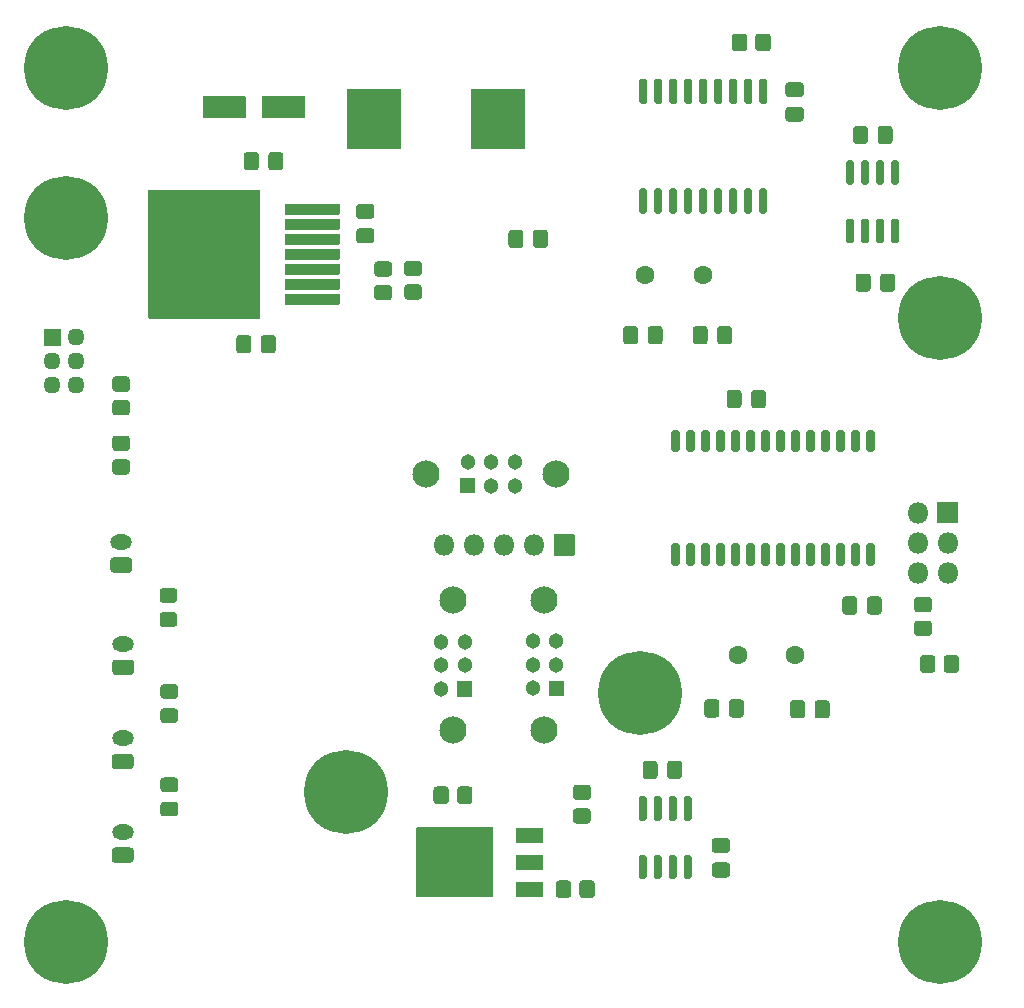
<source format=gbr>
G04 #@! TF.GenerationSoftware,KiCad,Pcbnew,(5.1.9)-1*
G04 #@! TF.CreationDate,2021-07-06T20:59:47-04:00*
G04 #@! TF.ProjectId,payload2020_base_board,7061796c-6f61-4643-9230-32305f626173,rev?*
G04 #@! TF.SameCoordinates,Original*
G04 #@! TF.FileFunction,Soldermask,Bot*
G04 #@! TF.FilePolarity,Negative*
%FSLAX46Y46*%
G04 Gerber Fmt 4.6, Leading zero omitted, Abs format (unit mm)*
G04 Created by KiCad (PCBNEW (5.1.9)-1) date 2021-07-06 20:59:47*
%MOMM*%
%LPD*%
G01*
G04 APERTURE LIST*
%ADD10O,1.452000X1.452000*%
%ADD11C,7.102000*%
%ADD12O,1.802000X1.802000*%
%ADD13C,1.602000*%
%ADD14O,1.852000X1.302000*%
%ADD15C,2.302000*%
%ADD16C,1.302000*%
G04 APERTURE END LIST*
D10*
X40360600Y-98120200D03*
X40360600Y-96120200D03*
X40360600Y-94120200D03*
X38360600Y-98120200D03*
X38360600Y-96120200D03*
G36*
G01*
X37634600Y-94795200D02*
X37634600Y-93445200D01*
G75*
G02*
X37685600Y-93394200I51000J0D01*
G01*
X39035600Y-93394200D01*
G75*
G02*
X39086600Y-93445200I0J-51000D01*
G01*
X39086600Y-94795200D01*
G75*
G02*
X39035600Y-94846200I-51000J0D01*
G01*
X37685600Y-94846200D01*
G75*
G02*
X37634600Y-94795200I0J51000D01*
G01*
G37*
G36*
G01*
X44675752Y-98727000D02*
X43716248Y-98727000D01*
G75*
G02*
X43445000Y-98455752I0J271248D01*
G01*
X43445000Y-97696248D01*
G75*
G02*
X43716248Y-97425000I271248J0D01*
G01*
X44675752Y-97425000D01*
G75*
G02*
X44947000Y-97696248I0J-271248D01*
G01*
X44947000Y-98455752D01*
G75*
G02*
X44675752Y-98727000I-271248J0D01*
G01*
G37*
G36*
G01*
X44675752Y-100727000D02*
X43716248Y-100727000D01*
G75*
G02*
X43445000Y-100455752I0J271248D01*
G01*
X43445000Y-99696248D01*
G75*
G02*
X43716248Y-99425000I271248J0D01*
G01*
X44675752Y-99425000D01*
G75*
G02*
X44947000Y-99696248I0J-271248D01*
G01*
X44947000Y-100455752D01*
G75*
G02*
X44675752Y-100727000I-271248J0D01*
G01*
G37*
G36*
G01*
X44675752Y-103730800D02*
X43716248Y-103730800D01*
G75*
G02*
X43445000Y-103459552I0J271248D01*
G01*
X43445000Y-102700048D01*
G75*
G02*
X43716248Y-102428800I271248J0D01*
G01*
X44675752Y-102428800D01*
G75*
G02*
X44947000Y-102700048I0J-271248D01*
G01*
X44947000Y-103459552D01*
G75*
G02*
X44675752Y-103730800I-271248J0D01*
G01*
G37*
G36*
G01*
X44675752Y-105730800D02*
X43716248Y-105730800D01*
G75*
G02*
X43445000Y-105459552I0J271248D01*
G01*
X43445000Y-104700048D01*
G75*
G02*
X43716248Y-104428800I271248J0D01*
G01*
X44675752Y-104428800D01*
G75*
G02*
X44947000Y-104700048I0J-271248D01*
G01*
X44947000Y-105459552D01*
G75*
G02*
X44675752Y-105730800I-271248J0D01*
G01*
G37*
G36*
G01*
X71945240Y-132410508D02*
X71945240Y-133370012D01*
G75*
G02*
X71673992Y-133641260I-271248J0D01*
G01*
X70914488Y-133641260D01*
G75*
G02*
X70643240Y-133370012I0J271248D01*
G01*
X70643240Y-132410508D01*
G75*
G02*
X70914488Y-132139260I271248J0D01*
G01*
X71673992Y-132139260D01*
G75*
G02*
X71945240Y-132410508I0J-271248D01*
G01*
G37*
G36*
G01*
X73945240Y-132410508D02*
X73945240Y-133370012D01*
G75*
G02*
X73673992Y-133641260I-271248J0D01*
G01*
X72914488Y-133641260D01*
G75*
G02*
X72643240Y-133370012I0J271248D01*
G01*
X72643240Y-132410508D01*
G75*
G02*
X72914488Y-132139260I271248J0D01*
G01*
X73673992Y-132139260D01*
G75*
G02*
X73945240Y-132410508I0J-271248D01*
G01*
G37*
G36*
G01*
X83692692Y-133289800D02*
X82733188Y-133289800D01*
G75*
G02*
X82461940Y-133018552I0J271248D01*
G01*
X82461940Y-132259048D01*
G75*
G02*
X82733188Y-131987800I271248J0D01*
G01*
X83692692Y-131987800D01*
G75*
G02*
X83963940Y-132259048I0J-271248D01*
G01*
X83963940Y-133018552D01*
G75*
G02*
X83692692Y-133289800I-271248J0D01*
G01*
G37*
G36*
G01*
X83692692Y-135289800D02*
X82733188Y-135289800D01*
G75*
G02*
X82461940Y-135018552I0J271248D01*
G01*
X82461940Y-134259048D01*
G75*
G02*
X82733188Y-133987800I271248J0D01*
G01*
X83692692Y-133987800D01*
G75*
G02*
X83963940Y-134259048I0J-271248D01*
G01*
X83963940Y-135018552D01*
G75*
G02*
X83692692Y-135289800I-271248J0D01*
G01*
G37*
D11*
X113560000Y-145310000D03*
X113560000Y-71310000D03*
X113560000Y-92440000D03*
X39560000Y-71310000D03*
X63200000Y-132630000D03*
G36*
G01*
X83002380Y-141312592D02*
X83002380Y-140353088D01*
G75*
G02*
X83273628Y-140081840I271248J0D01*
G01*
X84033132Y-140081840D01*
G75*
G02*
X84304380Y-140353088I0J-271248D01*
G01*
X84304380Y-141312592D01*
G75*
G02*
X84033132Y-141583840I-271248J0D01*
G01*
X83273628Y-141583840D01*
G75*
G02*
X83002380Y-141312592I0J271248D01*
G01*
G37*
G36*
G01*
X81002380Y-141312592D02*
X81002380Y-140353088D01*
G75*
G02*
X81273628Y-140081840I271248J0D01*
G01*
X82033132Y-140081840D01*
G75*
G02*
X82304380Y-140353088I0J-271248D01*
G01*
X82304380Y-141312592D01*
G75*
G02*
X82033132Y-141583840I-271248J0D01*
G01*
X81273628Y-141583840D01*
G75*
G02*
X81002380Y-141312592I0J271248D01*
G01*
G37*
G36*
G01*
X107820700Y-103834300D02*
X107469700Y-103834300D01*
G75*
G02*
X107294200Y-103658800I0J175500D01*
G01*
X107294200Y-102107800D01*
G75*
G02*
X107469700Y-101932300I175500J0D01*
G01*
X107820700Y-101932300D01*
G75*
G02*
X107996200Y-102107800I0J-175500D01*
G01*
X107996200Y-103658800D01*
G75*
G02*
X107820700Y-103834300I-175500J0D01*
G01*
G37*
G36*
G01*
X106550700Y-103834300D02*
X106199700Y-103834300D01*
G75*
G02*
X106024200Y-103658800I0J175500D01*
G01*
X106024200Y-102107800D01*
G75*
G02*
X106199700Y-101932300I175500J0D01*
G01*
X106550700Y-101932300D01*
G75*
G02*
X106726200Y-102107800I0J-175500D01*
G01*
X106726200Y-103658800D01*
G75*
G02*
X106550700Y-103834300I-175500J0D01*
G01*
G37*
G36*
G01*
X105280700Y-103834300D02*
X104929700Y-103834300D01*
G75*
G02*
X104754200Y-103658800I0J175500D01*
G01*
X104754200Y-102107800D01*
G75*
G02*
X104929700Y-101932300I175500J0D01*
G01*
X105280700Y-101932300D01*
G75*
G02*
X105456200Y-102107800I0J-175500D01*
G01*
X105456200Y-103658800D01*
G75*
G02*
X105280700Y-103834300I-175500J0D01*
G01*
G37*
G36*
G01*
X104010700Y-103834300D02*
X103659700Y-103834300D01*
G75*
G02*
X103484200Y-103658800I0J175500D01*
G01*
X103484200Y-102107800D01*
G75*
G02*
X103659700Y-101932300I175500J0D01*
G01*
X104010700Y-101932300D01*
G75*
G02*
X104186200Y-102107800I0J-175500D01*
G01*
X104186200Y-103658800D01*
G75*
G02*
X104010700Y-103834300I-175500J0D01*
G01*
G37*
G36*
G01*
X102740700Y-103834300D02*
X102389700Y-103834300D01*
G75*
G02*
X102214200Y-103658800I0J175500D01*
G01*
X102214200Y-102107800D01*
G75*
G02*
X102389700Y-101932300I175500J0D01*
G01*
X102740700Y-101932300D01*
G75*
G02*
X102916200Y-102107800I0J-175500D01*
G01*
X102916200Y-103658800D01*
G75*
G02*
X102740700Y-103834300I-175500J0D01*
G01*
G37*
G36*
G01*
X101470700Y-103834300D02*
X101119700Y-103834300D01*
G75*
G02*
X100944200Y-103658800I0J175500D01*
G01*
X100944200Y-102107800D01*
G75*
G02*
X101119700Y-101932300I175500J0D01*
G01*
X101470700Y-101932300D01*
G75*
G02*
X101646200Y-102107800I0J-175500D01*
G01*
X101646200Y-103658800D01*
G75*
G02*
X101470700Y-103834300I-175500J0D01*
G01*
G37*
G36*
G01*
X100200700Y-103834300D02*
X99849700Y-103834300D01*
G75*
G02*
X99674200Y-103658800I0J175500D01*
G01*
X99674200Y-102107800D01*
G75*
G02*
X99849700Y-101932300I175500J0D01*
G01*
X100200700Y-101932300D01*
G75*
G02*
X100376200Y-102107800I0J-175500D01*
G01*
X100376200Y-103658800D01*
G75*
G02*
X100200700Y-103834300I-175500J0D01*
G01*
G37*
G36*
G01*
X98930700Y-103834300D02*
X98579700Y-103834300D01*
G75*
G02*
X98404200Y-103658800I0J175500D01*
G01*
X98404200Y-102107800D01*
G75*
G02*
X98579700Y-101932300I175500J0D01*
G01*
X98930700Y-101932300D01*
G75*
G02*
X99106200Y-102107800I0J-175500D01*
G01*
X99106200Y-103658800D01*
G75*
G02*
X98930700Y-103834300I-175500J0D01*
G01*
G37*
G36*
G01*
X97660700Y-103834300D02*
X97309700Y-103834300D01*
G75*
G02*
X97134200Y-103658800I0J175500D01*
G01*
X97134200Y-102107800D01*
G75*
G02*
X97309700Y-101932300I175500J0D01*
G01*
X97660700Y-101932300D01*
G75*
G02*
X97836200Y-102107800I0J-175500D01*
G01*
X97836200Y-103658800D01*
G75*
G02*
X97660700Y-103834300I-175500J0D01*
G01*
G37*
G36*
G01*
X96390700Y-103834300D02*
X96039700Y-103834300D01*
G75*
G02*
X95864200Y-103658800I0J175500D01*
G01*
X95864200Y-102107800D01*
G75*
G02*
X96039700Y-101932300I175500J0D01*
G01*
X96390700Y-101932300D01*
G75*
G02*
X96566200Y-102107800I0J-175500D01*
G01*
X96566200Y-103658800D01*
G75*
G02*
X96390700Y-103834300I-175500J0D01*
G01*
G37*
G36*
G01*
X95120700Y-103834300D02*
X94769700Y-103834300D01*
G75*
G02*
X94594200Y-103658800I0J175500D01*
G01*
X94594200Y-102107800D01*
G75*
G02*
X94769700Y-101932300I175500J0D01*
G01*
X95120700Y-101932300D01*
G75*
G02*
X95296200Y-102107800I0J-175500D01*
G01*
X95296200Y-103658800D01*
G75*
G02*
X95120700Y-103834300I-175500J0D01*
G01*
G37*
G36*
G01*
X93850700Y-103834300D02*
X93499700Y-103834300D01*
G75*
G02*
X93324200Y-103658800I0J175500D01*
G01*
X93324200Y-102107800D01*
G75*
G02*
X93499700Y-101932300I175500J0D01*
G01*
X93850700Y-101932300D01*
G75*
G02*
X94026200Y-102107800I0J-175500D01*
G01*
X94026200Y-103658800D01*
G75*
G02*
X93850700Y-103834300I-175500J0D01*
G01*
G37*
G36*
G01*
X92580700Y-103834300D02*
X92229700Y-103834300D01*
G75*
G02*
X92054200Y-103658800I0J175500D01*
G01*
X92054200Y-102107800D01*
G75*
G02*
X92229700Y-101932300I175500J0D01*
G01*
X92580700Y-101932300D01*
G75*
G02*
X92756200Y-102107800I0J-175500D01*
G01*
X92756200Y-103658800D01*
G75*
G02*
X92580700Y-103834300I-175500J0D01*
G01*
G37*
G36*
G01*
X91310700Y-103834300D02*
X90959700Y-103834300D01*
G75*
G02*
X90784200Y-103658800I0J175500D01*
G01*
X90784200Y-102107800D01*
G75*
G02*
X90959700Y-101932300I175500J0D01*
G01*
X91310700Y-101932300D01*
G75*
G02*
X91486200Y-102107800I0J-175500D01*
G01*
X91486200Y-103658800D01*
G75*
G02*
X91310700Y-103834300I-175500J0D01*
G01*
G37*
G36*
G01*
X91310700Y-113434300D02*
X90959700Y-113434300D01*
G75*
G02*
X90784200Y-113258800I0J175500D01*
G01*
X90784200Y-111707800D01*
G75*
G02*
X90959700Y-111532300I175500J0D01*
G01*
X91310700Y-111532300D01*
G75*
G02*
X91486200Y-111707800I0J-175500D01*
G01*
X91486200Y-113258800D01*
G75*
G02*
X91310700Y-113434300I-175500J0D01*
G01*
G37*
G36*
G01*
X92580700Y-113434300D02*
X92229700Y-113434300D01*
G75*
G02*
X92054200Y-113258800I0J175500D01*
G01*
X92054200Y-111707800D01*
G75*
G02*
X92229700Y-111532300I175500J0D01*
G01*
X92580700Y-111532300D01*
G75*
G02*
X92756200Y-111707800I0J-175500D01*
G01*
X92756200Y-113258800D01*
G75*
G02*
X92580700Y-113434300I-175500J0D01*
G01*
G37*
G36*
G01*
X93850700Y-113434300D02*
X93499700Y-113434300D01*
G75*
G02*
X93324200Y-113258800I0J175500D01*
G01*
X93324200Y-111707800D01*
G75*
G02*
X93499700Y-111532300I175500J0D01*
G01*
X93850700Y-111532300D01*
G75*
G02*
X94026200Y-111707800I0J-175500D01*
G01*
X94026200Y-113258800D01*
G75*
G02*
X93850700Y-113434300I-175500J0D01*
G01*
G37*
G36*
G01*
X95120700Y-113434300D02*
X94769700Y-113434300D01*
G75*
G02*
X94594200Y-113258800I0J175500D01*
G01*
X94594200Y-111707800D01*
G75*
G02*
X94769700Y-111532300I175500J0D01*
G01*
X95120700Y-111532300D01*
G75*
G02*
X95296200Y-111707800I0J-175500D01*
G01*
X95296200Y-113258800D01*
G75*
G02*
X95120700Y-113434300I-175500J0D01*
G01*
G37*
G36*
G01*
X96390700Y-113434300D02*
X96039700Y-113434300D01*
G75*
G02*
X95864200Y-113258800I0J175500D01*
G01*
X95864200Y-111707800D01*
G75*
G02*
X96039700Y-111532300I175500J0D01*
G01*
X96390700Y-111532300D01*
G75*
G02*
X96566200Y-111707800I0J-175500D01*
G01*
X96566200Y-113258800D01*
G75*
G02*
X96390700Y-113434300I-175500J0D01*
G01*
G37*
G36*
G01*
X97660700Y-113434300D02*
X97309700Y-113434300D01*
G75*
G02*
X97134200Y-113258800I0J175500D01*
G01*
X97134200Y-111707800D01*
G75*
G02*
X97309700Y-111532300I175500J0D01*
G01*
X97660700Y-111532300D01*
G75*
G02*
X97836200Y-111707800I0J-175500D01*
G01*
X97836200Y-113258800D01*
G75*
G02*
X97660700Y-113434300I-175500J0D01*
G01*
G37*
G36*
G01*
X98930700Y-113434300D02*
X98579700Y-113434300D01*
G75*
G02*
X98404200Y-113258800I0J175500D01*
G01*
X98404200Y-111707800D01*
G75*
G02*
X98579700Y-111532300I175500J0D01*
G01*
X98930700Y-111532300D01*
G75*
G02*
X99106200Y-111707800I0J-175500D01*
G01*
X99106200Y-113258800D01*
G75*
G02*
X98930700Y-113434300I-175500J0D01*
G01*
G37*
G36*
G01*
X100200700Y-113434300D02*
X99849700Y-113434300D01*
G75*
G02*
X99674200Y-113258800I0J175500D01*
G01*
X99674200Y-111707800D01*
G75*
G02*
X99849700Y-111532300I175500J0D01*
G01*
X100200700Y-111532300D01*
G75*
G02*
X100376200Y-111707800I0J-175500D01*
G01*
X100376200Y-113258800D01*
G75*
G02*
X100200700Y-113434300I-175500J0D01*
G01*
G37*
G36*
G01*
X101470700Y-113434300D02*
X101119700Y-113434300D01*
G75*
G02*
X100944200Y-113258800I0J175500D01*
G01*
X100944200Y-111707800D01*
G75*
G02*
X101119700Y-111532300I175500J0D01*
G01*
X101470700Y-111532300D01*
G75*
G02*
X101646200Y-111707800I0J-175500D01*
G01*
X101646200Y-113258800D01*
G75*
G02*
X101470700Y-113434300I-175500J0D01*
G01*
G37*
G36*
G01*
X102740700Y-113434300D02*
X102389700Y-113434300D01*
G75*
G02*
X102214200Y-113258800I0J175500D01*
G01*
X102214200Y-111707800D01*
G75*
G02*
X102389700Y-111532300I175500J0D01*
G01*
X102740700Y-111532300D01*
G75*
G02*
X102916200Y-111707800I0J-175500D01*
G01*
X102916200Y-113258800D01*
G75*
G02*
X102740700Y-113434300I-175500J0D01*
G01*
G37*
G36*
G01*
X104010700Y-113434300D02*
X103659700Y-113434300D01*
G75*
G02*
X103484200Y-113258800I0J175500D01*
G01*
X103484200Y-111707800D01*
G75*
G02*
X103659700Y-111532300I175500J0D01*
G01*
X104010700Y-111532300D01*
G75*
G02*
X104186200Y-111707800I0J-175500D01*
G01*
X104186200Y-113258800D01*
G75*
G02*
X104010700Y-113434300I-175500J0D01*
G01*
G37*
G36*
G01*
X105280700Y-113434300D02*
X104929700Y-113434300D01*
G75*
G02*
X104754200Y-113258800I0J175500D01*
G01*
X104754200Y-111707800D01*
G75*
G02*
X104929700Y-111532300I175500J0D01*
G01*
X105280700Y-111532300D01*
G75*
G02*
X105456200Y-111707800I0J-175500D01*
G01*
X105456200Y-113258800D01*
G75*
G02*
X105280700Y-113434300I-175500J0D01*
G01*
G37*
G36*
G01*
X106550700Y-113434300D02*
X106199700Y-113434300D01*
G75*
G02*
X106024200Y-113258800I0J175500D01*
G01*
X106024200Y-111707800D01*
G75*
G02*
X106199700Y-111532300I175500J0D01*
G01*
X106550700Y-111532300D01*
G75*
G02*
X106726200Y-111707800I0J-175500D01*
G01*
X106726200Y-113258800D01*
G75*
G02*
X106550700Y-113434300I-175500J0D01*
G01*
G37*
G36*
G01*
X107820700Y-113434300D02*
X107469700Y-113434300D01*
G75*
G02*
X107294200Y-113258800I0J175500D01*
G01*
X107294200Y-111707800D01*
G75*
G02*
X107469700Y-111532300I175500J0D01*
G01*
X107820700Y-111532300D01*
G75*
G02*
X107996200Y-111707800I0J-175500D01*
G01*
X107996200Y-113258800D01*
G75*
G02*
X107820700Y-113434300I-175500J0D01*
G01*
G37*
X88160000Y-124190000D03*
X39560000Y-145310000D03*
X39560000Y-83990000D03*
G36*
G01*
X113269000Y-109805000D02*
X113269000Y-108105000D01*
G75*
G02*
X113320000Y-108054000I51000J0D01*
G01*
X115020000Y-108054000D01*
G75*
G02*
X115071000Y-108105000I0J-51000D01*
G01*
X115071000Y-109805000D01*
G75*
G02*
X115020000Y-109856000I-51000J0D01*
G01*
X113320000Y-109856000D01*
G75*
G02*
X113269000Y-109805000I0J51000D01*
G01*
G37*
D12*
X111630000Y-108955000D03*
X114170000Y-111495000D03*
X111630000Y-111495000D03*
X114170000Y-114035000D03*
X111630000Y-114035000D03*
G36*
G01*
X88178400Y-137923200D02*
X88529400Y-137923200D01*
G75*
G02*
X88704900Y-138098700I0J-175500D01*
G01*
X88704900Y-139799700D01*
G75*
G02*
X88529400Y-139975200I-175500J0D01*
G01*
X88178400Y-139975200D01*
G75*
G02*
X88002900Y-139799700I0J175500D01*
G01*
X88002900Y-138098700D01*
G75*
G02*
X88178400Y-137923200I175500J0D01*
G01*
G37*
G36*
G01*
X89448400Y-137923200D02*
X89799400Y-137923200D01*
G75*
G02*
X89974900Y-138098700I0J-175500D01*
G01*
X89974900Y-139799700D01*
G75*
G02*
X89799400Y-139975200I-175500J0D01*
G01*
X89448400Y-139975200D01*
G75*
G02*
X89272900Y-139799700I0J175500D01*
G01*
X89272900Y-138098700D01*
G75*
G02*
X89448400Y-137923200I175500J0D01*
G01*
G37*
G36*
G01*
X90718400Y-137923200D02*
X91069400Y-137923200D01*
G75*
G02*
X91244900Y-138098700I0J-175500D01*
G01*
X91244900Y-139799700D01*
G75*
G02*
X91069400Y-139975200I-175500J0D01*
G01*
X90718400Y-139975200D01*
G75*
G02*
X90542900Y-139799700I0J175500D01*
G01*
X90542900Y-138098700D01*
G75*
G02*
X90718400Y-137923200I175500J0D01*
G01*
G37*
G36*
G01*
X91988400Y-137923200D02*
X92339400Y-137923200D01*
G75*
G02*
X92514900Y-138098700I0J-175500D01*
G01*
X92514900Y-139799700D01*
G75*
G02*
X92339400Y-139975200I-175500J0D01*
G01*
X91988400Y-139975200D01*
G75*
G02*
X91812900Y-139799700I0J175500D01*
G01*
X91812900Y-138098700D01*
G75*
G02*
X91988400Y-137923200I175500J0D01*
G01*
G37*
G36*
G01*
X91988400Y-132973200D02*
X92339400Y-132973200D01*
G75*
G02*
X92514900Y-133148700I0J-175500D01*
G01*
X92514900Y-134849700D01*
G75*
G02*
X92339400Y-135025200I-175500J0D01*
G01*
X91988400Y-135025200D01*
G75*
G02*
X91812900Y-134849700I0J175500D01*
G01*
X91812900Y-133148700D01*
G75*
G02*
X91988400Y-132973200I175500J0D01*
G01*
G37*
G36*
G01*
X90718400Y-132973200D02*
X91069400Y-132973200D01*
G75*
G02*
X91244900Y-133148700I0J-175500D01*
G01*
X91244900Y-134849700D01*
G75*
G02*
X91069400Y-135025200I-175500J0D01*
G01*
X90718400Y-135025200D01*
G75*
G02*
X90542900Y-134849700I0J175500D01*
G01*
X90542900Y-133148700D01*
G75*
G02*
X90718400Y-132973200I175500J0D01*
G01*
G37*
G36*
G01*
X89448400Y-132973200D02*
X89799400Y-132973200D01*
G75*
G02*
X89974900Y-133148700I0J-175500D01*
G01*
X89974900Y-134849700D01*
G75*
G02*
X89799400Y-135025200I-175500J0D01*
G01*
X89448400Y-135025200D01*
G75*
G02*
X89272900Y-134849700I0J175500D01*
G01*
X89272900Y-133148700D01*
G75*
G02*
X89448400Y-132973200I175500J0D01*
G01*
G37*
G36*
G01*
X88178400Y-132973200D02*
X88529400Y-132973200D01*
G75*
G02*
X88704900Y-133148700I0J-175500D01*
G01*
X88704900Y-134849700D01*
G75*
G02*
X88529400Y-135025200I-175500J0D01*
G01*
X88178400Y-135025200D01*
G75*
G02*
X88002900Y-134849700I0J175500D01*
G01*
X88002900Y-133148700D01*
G75*
G02*
X88178400Y-132973200I175500J0D01*
G01*
G37*
G36*
G01*
X55982800Y-81671200D02*
X55982800Y-92471200D01*
G75*
G02*
X55931800Y-92522200I-51000J0D01*
G01*
X46531800Y-92522200D01*
G75*
G02*
X46480800Y-92471200I0J51000D01*
G01*
X46480800Y-81671200D01*
G75*
G02*
X46531800Y-81620200I51000J0D01*
G01*
X55931800Y-81620200D01*
G75*
G02*
X55982800Y-81671200I0J-51000D01*
G01*
G37*
G36*
G01*
X62732800Y-90481200D02*
X62732800Y-91281200D01*
G75*
G02*
X62681800Y-91332200I-51000J0D01*
G01*
X58081800Y-91332200D01*
G75*
G02*
X58030800Y-91281200I0J51000D01*
G01*
X58030800Y-90481200D01*
G75*
G02*
X58081800Y-90430200I51000J0D01*
G01*
X62681800Y-90430200D01*
G75*
G02*
X62732800Y-90481200I0J-51000D01*
G01*
G37*
G36*
G01*
X62732800Y-89211200D02*
X62732800Y-90011200D01*
G75*
G02*
X62681800Y-90062200I-51000J0D01*
G01*
X58081800Y-90062200D01*
G75*
G02*
X58030800Y-90011200I0J51000D01*
G01*
X58030800Y-89211200D01*
G75*
G02*
X58081800Y-89160200I51000J0D01*
G01*
X62681800Y-89160200D01*
G75*
G02*
X62732800Y-89211200I0J-51000D01*
G01*
G37*
G36*
G01*
X62732800Y-87941200D02*
X62732800Y-88741200D01*
G75*
G02*
X62681800Y-88792200I-51000J0D01*
G01*
X58081800Y-88792200D01*
G75*
G02*
X58030800Y-88741200I0J51000D01*
G01*
X58030800Y-87941200D01*
G75*
G02*
X58081800Y-87890200I51000J0D01*
G01*
X62681800Y-87890200D01*
G75*
G02*
X62732800Y-87941200I0J-51000D01*
G01*
G37*
G36*
G01*
X62732800Y-86671200D02*
X62732800Y-87471200D01*
G75*
G02*
X62681800Y-87522200I-51000J0D01*
G01*
X58081800Y-87522200D01*
G75*
G02*
X58030800Y-87471200I0J51000D01*
G01*
X58030800Y-86671200D01*
G75*
G02*
X58081800Y-86620200I51000J0D01*
G01*
X62681800Y-86620200D01*
G75*
G02*
X62732800Y-86671200I0J-51000D01*
G01*
G37*
G36*
G01*
X62732800Y-85401200D02*
X62732800Y-86201200D01*
G75*
G02*
X62681800Y-86252200I-51000J0D01*
G01*
X58081800Y-86252200D01*
G75*
G02*
X58030800Y-86201200I0J51000D01*
G01*
X58030800Y-85401200D01*
G75*
G02*
X58081800Y-85350200I51000J0D01*
G01*
X62681800Y-85350200D01*
G75*
G02*
X62732800Y-85401200I0J-51000D01*
G01*
G37*
G36*
G01*
X62732800Y-84131200D02*
X62732800Y-84931200D01*
G75*
G02*
X62681800Y-84982200I-51000J0D01*
G01*
X58081800Y-84982200D01*
G75*
G02*
X58030800Y-84931200I0J51000D01*
G01*
X58030800Y-84131200D01*
G75*
G02*
X58081800Y-84080200I51000J0D01*
G01*
X62681800Y-84080200D01*
G75*
G02*
X62732800Y-84131200I0J-51000D01*
G01*
G37*
G36*
G01*
X62732800Y-82861200D02*
X62732800Y-83661200D01*
G75*
G02*
X62681800Y-83712200I-51000J0D01*
G01*
X58081800Y-83712200D01*
G75*
G02*
X58030800Y-83661200I0J51000D01*
G01*
X58030800Y-82861200D01*
G75*
G02*
X58081800Y-82810200I51000J0D01*
G01*
X62681800Y-82810200D01*
G75*
G02*
X62732800Y-82861200I0J-51000D01*
G01*
G37*
D13*
X88592000Y-88849200D03*
X93472000Y-88849200D03*
X96415200Y-121005600D03*
X101295200Y-121005600D03*
G36*
G01*
X109903500Y-81177200D02*
X109552500Y-81177200D01*
G75*
G02*
X109377000Y-81001700I0J175500D01*
G01*
X109377000Y-79300700D01*
G75*
G02*
X109552500Y-79125200I175500J0D01*
G01*
X109903500Y-79125200D01*
G75*
G02*
X110079000Y-79300700I0J-175500D01*
G01*
X110079000Y-81001700D01*
G75*
G02*
X109903500Y-81177200I-175500J0D01*
G01*
G37*
G36*
G01*
X108633500Y-81177200D02*
X108282500Y-81177200D01*
G75*
G02*
X108107000Y-81001700I0J175500D01*
G01*
X108107000Y-79300700D01*
G75*
G02*
X108282500Y-79125200I175500J0D01*
G01*
X108633500Y-79125200D01*
G75*
G02*
X108809000Y-79300700I0J-175500D01*
G01*
X108809000Y-81001700D01*
G75*
G02*
X108633500Y-81177200I-175500J0D01*
G01*
G37*
G36*
G01*
X107363500Y-81177200D02*
X107012500Y-81177200D01*
G75*
G02*
X106837000Y-81001700I0J175500D01*
G01*
X106837000Y-79300700D01*
G75*
G02*
X107012500Y-79125200I175500J0D01*
G01*
X107363500Y-79125200D01*
G75*
G02*
X107539000Y-79300700I0J-175500D01*
G01*
X107539000Y-81001700D01*
G75*
G02*
X107363500Y-81177200I-175500J0D01*
G01*
G37*
G36*
G01*
X106093500Y-81177200D02*
X105742500Y-81177200D01*
G75*
G02*
X105567000Y-81001700I0J175500D01*
G01*
X105567000Y-79300700D01*
G75*
G02*
X105742500Y-79125200I175500J0D01*
G01*
X106093500Y-79125200D01*
G75*
G02*
X106269000Y-79300700I0J-175500D01*
G01*
X106269000Y-81001700D01*
G75*
G02*
X106093500Y-81177200I-175500J0D01*
G01*
G37*
G36*
G01*
X106093500Y-86127200D02*
X105742500Y-86127200D01*
G75*
G02*
X105567000Y-85951700I0J175500D01*
G01*
X105567000Y-84250700D01*
G75*
G02*
X105742500Y-84075200I175500J0D01*
G01*
X106093500Y-84075200D01*
G75*
G02*
X106269000Y-84250700I0J-175500D01*
G01*
X106269000Y-85951700D01*
G75*
G02*
X106093500Y-86127200I-175500J0D01*
G01*
G37*
G36*
G01*
X107363500Y-86127200D02*
X107012500Y-86127200D01*
G75*
G02*
X106837000Y-85951700I0J175500D01*
G01*
X106837000Y-84250700D01*
G75*
G02*
X107012500Y-84075200I175500J0D01*
G01*
X107363500Y-84075200D01*
G75*
G02*
X107539000Y-84250700I0J-175500D01*
G01*
X107539000Y-85951700D01*
G75*
G02*
X107363500Y-86127200I-175500J0D01*
G01*
G37*
G36*
G01*
X108633500Y-86127200D02*
X108282500Y-86127200D01*
G75*
G02*
X108107000Y-85951700I0J175500D01*
G01*
X108107000Y-84250700D01*
G75*
G02*
X108282500Y-84075200I175500J0D01*
G01*
X108633500Y-84075200D01*
G75*
G02*
X108809000Y-84250700I0J-175500D01*
G01*
X108809000Y-85951700D01*
G75*
G02*
X108633500Y-86127200I-175500J0D01*
G01*
G37*
G36*
G01*
X109903500Y-86127200D02*
X109552500Y-86127200D01*
G75*
G02*
X109377000Y-85951700I0J175500D01*
G01*
X109377000Y-84250700D01*
G75*
G02*
X109552500Y-84075200I175500J0D01*
G01*
X109903500Y-84075200D01*
G75*
G02*
X110079000Y-84250700I0J-175500D01*
G01*
X110079000Y-85951700D01*
G75*
G02*
X109903500Y-86127200I-175500J0D01*
G01*
G37*
G36*
G01*
X98727500Y-74353200D02*
X98376500Y-74353200D01*
G75*
G02*
X98201000Y-74177700I0J175500D01*
G01*
X98201000Y-72376700D01*
G75*
G02*
X98376500Y-72201200I175500J0D01*
G01*
X98727500Y-72201200D01*
G75*
G02*
X98903000Y-72376700I0J-175500D01*
G01*
X98903000Y-74177700D01*
G75*
G02*
X98727500Y-74353200I-175500J0D01*
G01*
G37*
G36*
G01*
X97457500Y-74353200D02*
X97106500Y-74353200D01*
G75*
G02*
X96931000Y-74177700I0J175500D01*
G01*
X96931000Y-72376700D01*
G75*
G02*
X97106500Y-72201200I175500J0D01*
G01*
X97457500Y-72201200D01*
G75*
G02*
X97633000Y-72376700I0J-175500D01*
G01*
X97633000Y-74177700D01*
G75*
G02*
X97457500Y-74353200I-175500J0D01*
G01*
G37*
G36*
G01*
X96187500Y-74353200D02*
X95836500Y-74353200D01*
G75*
G02*
X95661000Y-74177700I0J175500D01*
G01*
X95661000Y-72376700D01*
G75*
G02*
X95836500Y-72201200I175500J0D01*
G01*
X96187500Y-72201200D01*
G75*
G02*
X96363000Y-72376700I0J-175500D01*
G01*
X96363000Y-74177700D01*
G75*
G02*
X96187500Y-74353200I-175500J0D01*
G01*
G37*
G36*
G01*
X94917500Y-74353200D02*
X94566500Y-74353200D01*
G75*
G02*
X94391000Y-74177700I0J175500D01*
G01*
X94391000Y-72376700D01*
G75*
G02*
X94566500Y-72201200I175500J0D01*
G01*
X94917500Y-72201200D01*
G75*
G02*
X95093000Y-72376700I0J-175500D01*
G01*
X95093000Y-74177700D01*
G75*
G02*
X94917500Y-74353200I-175500J0D01*
G01*
G37*
G36*
G01*
X93647500Y-74353200D02*
X93296500Y-74353200D01*
G75*
G02*
X93121000Y-74177700I0J175500D01*
G01*
X93121000Y-72376700D01*
G75*
G02*
X93296500Y-72201200I175500J0D01*
G01*
X93647500Y-72201200D01*
G75*
G02*
X93823000Y-72376700I0J-175500D01*
G01*
X93823000Y-74177700D01*
G75*
G02*
X93647500Y-74353200I-175500J0D01*
G01*
G37*
G36*
G01*
X92377500Y-74353200D02*
X92026500Y-74353200D01*
G75*
G02*
X91851000Y-74177700I0J175500D01*
G01*
X91851000Y-72376700D01*
G75*
G02*
X92026500Y-72201200I175500J0D01*
G01*
X92377500Y-72201200D01*
G75*
G02*
X92553000Y-72376700I0J-175500D01*
G01*
X92553000Y-74177700D01*
G75*
G02*
X92377500Y-74353200I-175500J0D01*
G01*
G37*
G36*
G01*
X91107500Y-74353200D02*
X90756500Y-74353200D01*
G75*
G02*
X90581000Y-74177700I0J175500D01*
G01*
X90581000Y-72376700D01*
G75*
G02*
X90756500Y-72201200I175500J0D01*
G01*
X91107500Y-72201200D01*
G75*
G02*
X91283000Y-72376700I0J-175500D01*
G01*
X91283000Y-74177700D01*
G75*
G02*
X91107500Y-74353200I-175500J0D01*
G01*
G37*
G36*
G01*
X89837500Y-74353200D02*
X89486500Y-74353200D01*
G75*
G02*
X89311000Y-74177700I0J175500D01*
G01*
X89311000Y-72376700D01*
G75*
G02*
X89486500Y-72201200I175500J0D01*
G01*
X89837500Y-72201200D01*
G75*
G02*
X90013000Y-72376700I0J-175500D01*
G01*
X90013000Y-74177700D01*
G75*
G02*
X89837500Y-74353200I-175500J0D01*
G01*
G37*
G36*
G01*
X88567500Y-74353200D02*
X88216500Y-74353200D01*
G75*
G02*
X88041000Y-74177700I0J175500D01*
G01*
X88041000Y-72376700D01*
G75*
G02*
X88216500Y-72201200I175500J0D01*
G01*
X88567500Y-72201200D01*
G75*
G02*
X88743000Y-72376700I0J-175500D01*
G01*
X88743000Y-74177700D01*
G75*
G02*
X88567500Y-74353200I-175500J0D01*
G01*
G37*
G36*
G01*
X88567500Y-83653200D02*
X88216500Y-83653200D01*
G75*
G02*
X88041000Y-83477700I0J175500D01*
G01*
X88041000Y-81676700D01*
G75*
G02*
X88216500Y-81501200I175500J0D01*
G01*
X88567500Y-81501200D01*
G75*
G02*
X88743000Y-81676700I0J-175500D01*
G01*
X88743000Y-83477700D01*
G75*
G02*
X88567500Y-83653200I-175500J0D01*
G01*
G37*
G36*
G01*
X89837500Y-83653200D02*
X89486500Y-83653200D01*
G75*
G02*
X89311000Y-83477700I0J175500D01*
G01*
X89311000Y-81676700D01*
G75*
G02*
X89486500Y-81501200I175500J0D01*
G01*
X89837500Y-81501200D01*
G75*
G02*
X90013000Y-81676700I0J-175500D01*
G01*
X90013000Y-83477700D01*
G75*
G02*
X89837500Y-83653200I-175500J0D01*
G01*
G37*
G36*
G01*
X91107500Y-83653200D02*
X90756500Y-83653200D01*
G75*
G02*
X90581000Y-83477700I0J175500D01*
G01*
X90581000Y-81676700D01*
G75*
G02*
X90756500Y-81501200I175500J0D01*
G01*
X91107500Y-81501200D01*
G75*
G02*
X91283000Y-81676700I0J-175500D01*
G01*
X91283000Y-83477700D01*
G75*
G02*
X91107500Y-83653200I-175500J0D01*
G01*
G37*
G36*
G01*
X92377500Y-83653200D02*
X92026500Y-83653200D01*
G75*
G02*
X91851000Y-83477700I0J175500D01*
G01*
X91851000Y-81676700D01*
G75*
G02*
X92026500Y-81501200I175500J0D01*
G01*
X92377500Y-81501200D01*
G75*
G02*
X92553000Y-81676700I0J-175500D01*
G01*
X92553000Y-83477700D01*
G75*
G02*
X92377500Y-83653200I-175500J0D01*
G01*
G37*
G36*
G01*
X93647500Y-83653200D02*
X93296500Y-83653200D01*
G75*
G02*
X93121000Y-83477700I0J175500D01*
G01*
X93121000Y-81676700D01*
G75*
G02*
X93296500Y-81501200I175500J0D01*
G01*
X93647500Y-81501200D01*
G75*
G02*
X93823000Y-81676700I0J-175500D01*
G01*
X93823000Y-83477700D01*
G75*
G02*
X93647500Y-83653200I-175500J0D01*
G01*
G37*
G36*
G01*
X94917500Y-83653200D02*
X94566500Y-83653200D01*
G75*
G02*
X94391000Y-83477700I0J175500D01*
G01*
X94391000Y-81676700D01*
G75*
G02*
X94566500Y-81501200I175500J0D01*
G01*
X94917500Y-81501200D01*
G75*
G02*
X95093000Y-81676700I0J-175500D01*
G01*
X95093000Y-83477700D01*
G75*
G02*
X94917500Y-83653200I-175500J0D01*
G01*
G37*
G36*
G01*
X96187500Y-83653200D02*
X95836500Y-83653200D01*
G75*
G02*
X95661000Y-83477700I0J175500D01*
G01*
X95661000Y-81676700D01*
G75*
G02*
X95836500Y-81501200I175500J0D01*
G01*
X96187500Y-81501200D01*
G75*
G02*
X96363000Y-81676700I0J-175500D01*
G01*
X96363000Y-83477700D01*
G75*
G02*
X96187500Y-83653200I-175500J0D01*
G01*
G37*
G36*
G01*
X97457500Y-83653200D02*
X97106500Y-83653200D01*
G75*
G02*
X96931000Y-83477700I0J175500D01*
G01*
X96931000Y-81676700D01*
G75*
G02*
X97106500Y-81501200I175500J0D01*
G01*
X97457500Y-81501200D01*
G75*
G02*
X97633000Y-81676700I0J-175500D01*
G01*
X97633000Y-83477700D01*
G75*
G02*
X97457500Y-83653200I-175500J0D01*
G01*
G37*
G36*
G01*
X98727500Y-83653200D02*
X98376500Y-83653200D01*
G75*
G02*
X98201000Y-83477700I0J175500D01*
G01*
X98201000Y-81676700D01*
G75*
G02*
X98376500Y-81501200I175500J0D01*
G01*
X98727500Y-81501200D01*
G75*
G02*
X98903000Y-81676700I0J-175500D01*
G01*
X98903000Y-83477700D01*
G75*
G02*
X98727500Y-83653200I-175500J0D01*
G01*
G37*
G36*
G01*
X97197160Y-68664128D02*
X97197160Y-69623632D01*
G75*
G02*
X96925912Y-69894880I-271248J0D01*
G01*
X96166408Y-69894880D01*
G75*
G02*
X95895160Y-69623632I0J271248D01*
G01*
X95895160Y-68664128D01*
G75*
G02*
X96166408Y-68392880I271248J0D01*
G01*
X96925912Y-68392880D01*
G75*
G02*
X97197160Y-68664128I0J-271248D01*
G01*
G37*
G36*
G01*
X99197160Y-68664128D02*
X99197160Y-69623632D01*
G75*
G02*
X98925912Y-69894880I-271248J0D01*
G01*
X98166408Y-69894880D01*
G75*
G02*
X97895160Y-69623632I0J271248D01*
G01*
X97895160Y-68664128D01*
G75*
G02*
X98166408Y-68392880I271248J0D01*
G01*
X98925912Y-68392880D01*
G75*
G02*
X99197160Y-68664128I0J-271248D01*
G01*
G37*
G36*
G01*
X66860112Y-88971880D02*
X65900608Y-88971880D01*
G75*
G02*
X65629360Y-88700632I0J271248D01*
G01*
X65629360Y-87941128D01*
G75*
G02*
X65900608Y-87669880I271248J0D01*
G01*
X66860112Y-87669880D01*
G75*
G02*
X67131360Y-87941128I0J-271248D01*
G01*
X67131360Y-88700632D01*
G75*
G02*
X66860112Y-88971880I-271248J0D01*
G01*
G37*
G36*
G01*
X66860112Y-90971880D02*
X65900608Y-90971880D01*
G75*
G02*
X65629360Y-90700632I0J271248D01*
G01*
X65629360Y-89941128D01*
G75*
G02*
X65900608Y-89669880I271248J0D01*
G01*
X66860112Y-89669880D01*
G75*
G02*
X67131360Y-89941128I0J-271248D01*
G01*
X67131360Y-90700632D01*
G75*
G02*
X66860112Y-90971880I-271248J0D01*
G01*
G37*
G36*
G01*
X69397572Y-88932760D02*
X68438068Y-88932760D01*
G75*
G02*
X68166820Y-88661512I0J271248D01*
G01*
X68166820Y-87902008D01*
G75*
G02*
X68438068Y-87630760I271248J0D01*
G01*
X69397572Y-87630760D01*
G75*
G02*
X69668820Y-87902008I0J-271248D01*
G01*
X69668820Y-88661512D01*
G75*
G02*
X69397572Y-88932760I-271248J0D01*
G01*
G37*
G36*
G01*
X69397572Y-90932760D02*
X68438068Y-90932760D01*
G75*
G02*
X68166820Y-90661512I0J271248D01*
G01*
X68166820Y-89902008D01*
G75*
G02*
X68438068Y-89630760I271248J0D01*
G01*
X69397572Y-89630760D01*
G75*
G02*
X69668820Y-89902008I0J-271248D01*
G01*
X69668820Y-90661512D01*
G75*
G02*
X69397572Y-90932760I-271248J0D01*
G01*
G37*
G36*
G01*
X113147600Y-121287848D02*
X113147600Y-122247352D01*
G75*
G02*
X112876352Y-122518600I-271248J0D01*
G01*
X112116848Y-122518600D01*
G75*
G02*
X111845600Y-122247352I0J271248D01*
G01*
X111845600Y-121287848D01*
G75*
G02*
X112116848Y-121016600I271248J0D01*
G01*
X112876352Y-121016600D01*
G75*
G02*
X113147600Y-121287848I0J-271248D01*
G01*
G37*
G36*
G01*
X115147600Y-121287848D02*
X115147600Y-122247352D01*
G75*
G02*
X114876352Y-122518600I-271248J0D01*
G01*
X114116848Y-122518600D01*
G75*
G02*
X113845600Y-122247352I0J271248D01*
G01*
X113845600Y-121287848D01*
G75*
G02*
X114116848Y-121016600I271248J0D01*
G01*
X114876352Y-121016600D01*
G75*
G02*
X115147600Y-121287848I0J-271248D01*
G01*
G37*
G36*
G01*
X111610448Y-118087400D02*
X112569952Y-118087400D01*
G75*
G02*
X112841200Y-118358648I0J-271248D01*
G01*
X112841200Y-119118152D01*
G75*
G02*
X112569952Y-119389400I-271248J0D01*
G01*
X111610448Y-119389400D01*
G75*
G02*
X111339200Y-119118152I0J271248D01*
G01*
X111339200Y-118358648D01*
G75*
G02*
X111610448Y-118087400I271248J0D01*
G01*
G37*
G36*
G01*
X111610448Y-116087400D02*
X112569952Y-116087400D01*
G75*
G02*
X112841200Y-116358648I0J-271248D01*
G01*
X112841200Y-117118152D01*
G75*
G02*
X112569952Y-117389400I-271248J0D01*
G01*
X111610448Y-117389400D01*
G75*
G02*
X111339200Y-117118152I0J271248D01*
G01*
X111339200Y-116358648D01*
G75*
G02*
X111610448Y-116087400I271248J0D01*
G01*
G37*
G36*
G01*
X75700000Y-135656999D02*
X75700000Y-141457001D01*
G75*
G02*
X75649001Y-141508000I-50999J0D01*
G01*
X69248999Y-141508000D01*
G75*
G02*
X69198000Y-141457001I0J50999D01*
G01*
X69198000Y-135656999D01*
G75*
G02*
X69248999Y-135606000I50999J0D01*
G01*
X75649001Y-135606000D01*
G75*
G02*
X75700000Y-135656999I0J-50999D01*
G01*
G37*
G36*
G01*
X79900000Y-140236999D02*
X79900000Y-141437001D01*
G75*
G02*
X79849001Y-141488000I-50999J0D01*
G01*
X77648999Y-141488000D01*
G75*
G02*
X77598000Y-141437001I0J50999D01*
G01*
X77598000Y-140236999D01*
G75*
G02*
X77648999Y-140186000I50999J0D01*
G01*
X79849001Y-140186000D01*
G75*
G02*
X79900000Y-140236999I0J-50999D01*
G01*
G37*
G36*
G01*
X79900000Y-137956999D02*
X79900000Y-139157001D01*
G75*
G02*
X79849001Y-139208000I-50999J0D01*
G01*
X77648999Y-139208000D01*
G75*
G02*
X77598000Y-139157001I0J50999D01*
G01*
X77598000Y-137956999D01*
G75*
G02*
X77648999Y-137906000I50999J0D01*
G01*
X79849001Y-137906000D01*
G75*
G02*
X79900000Y-137956999I0J-50999D01*
G01*
G37*
G36*
G01*
X79900000Y-135676999D02*
X79900000Y-136877001D01*
G75*
G02*
X79849001Y-136928000I-50999J0D01*
G01*
X77648999Y-136928000D01*
G75*
G02*
X77598000Y-136877001I0J50999D01*
G01*
X77598000Y-135676999D01*
G75*
G02*
X77648999Y-135626000I50999J0D01*
G01*
X79849001Y-135626000D01*
G75*
G02*
X79900000Y-135676999I0J-50999D01*
G01*
G37*
G36*
G01*
X73832600Y-78141200D02*
X73832600Y-73141200D01*
G75*
G02*
X73883600Y-73090200I51000J0D01*
G01*
X78383600Y-73090200D01*
G75*
G02*
X78434600Y-73141200I0J-51000D01*
G01*
X78434600Y-78141200D01*
G75*
G02*
X78383600Y-78192200I-51000J0D01*
G01*
X73883600Y-78192200D01*
G75*
G02*
X73832600Y-78141200I0J51000D01*
G01*
G37*
G36*
G01*
X63332600Y-78141200D02*
X63332600Y-73141200D01*
G75*
G02*
X63383600Y-73090200I51000J0D01*
G01*
X67883600Y-73090200D01*
G75*
G02*
X67934600Y-73141200I0J-51000D01*
G01*
X67934600Y-78141200D01*
G75*
G02*
X67883600Y-78192200I-51000J0D01*
G01*
X63383600Y-78192200D01*
G75*
G02*
X63332600Y-78141200I0J51000D01*
G01*
G37*
D14*
X44328080Y-135955020D03*
G36*
G01*
X44982832Y-138606020D02*
X43673328Y-138606020D01*
G75*
G02*
X43402080Y-138334772I0J271248D01*
G01*
X43402080Y-137575268D01*
G75*
G02*
X43673328Y-137304020I271248J0D01*
G01*
X44982832Y-137304020D01*
G75*
G02*
X45254080Y-137575268I0J-271248D01*
G01*
X45254080Y-138334772D01*
G75*
G02*
X44982832Y-138606020I-271248J0D01*
G01*
G37*
X44328080Y-128032760D03*
G36*
G01*
X44982832Y-130683760D02*
X43673328Y-130683760D01*
G75*
G02*
X43402080Y-130412512I0J271248D01*
G01*
X43402080Y-129653008D01*
G75*
G02*
X43673328Y-129381760I271248J0D01*
G01*
X44982832Y-129381760D01*
G75*
G02*
X45254080Y-129653008I0J-271248D01*
G01*
X45254080Y-130412512D01*
G75*
G02*
X44982832Y-130683760I-271248J0D01*
G01*
G37*
X44371260Y-120041920D03*
G36*
G01*
X45026012Y-122692920D02*
X43716508Y-122692920D01*
G75*
G02*
X43445260Y-122421672I0J271248D01*
G01*
X43445260Y-121662168D01*
G75*
G02*
X43716508Y-121390920I271248J0D01*
G01*
X45026012Y-121390920D01*
G75*
G02*
X45297260Y-121662168I0J-271248D01*
G01*
X45297260Y-122421672D01*
G75*
G02*
X45026012Y-122692920I-271248J0D01*
G01*
G37*
D15*
X80035400Y-127332000D03*
X80035400Y-116332000D03*
D16*
X79035400Y-123832000D03*
X79035400Y-121832000D03*
X79035400Y-119832000D03*
X81035400Y-119832000D03*
G36*
G01*
X81635401Y-124483000D02*
X80435399Y-124483000D01*
G75*
G02*
X80384400Y-124432001I0J50999D01*
G01*
X80384400Y-123231999D01*
G75*
G02*
X80435399Y-123181000I50999J0D01*
G01*
X81635401Y-123181000D01*
G75*
G02*
X81686400Y-123231999I0J-50999D01*
G01*
X81686400Y-124432001D01*
G75*
G02*
X81635401Y-124483000I-50999J0D01*
G01*
G37*
X81035400Y-121832000D03*
D15*
X72288400Y-127382800D03*
X72288400Y-116382800D03*
D16*
X71288400Y-123882800D03*
X71288400Y-121882800D03*
X71288400Y-119882800D03*
X73288400Y-119882800D03*
G36*
G01*
X73888401Y-124533800D02*
X72688399Y-124533800D01*
G75*
G02*
X72637400Y-124482801I0J50999D01*
G01*
X72637400Y-123282799D01*
G75*
G02*
X72688399Y-123231800I50999J0D01*
G01*
X73888401Y-123231800D01*
G75*
G02*
X73939400Y-123282799I0J-50999D01*
G01*
X73939400Y-124482801D01*
G75*
G02*
X73888401Y-124533800I-50999J0D01*
G01*
G37*
X73288400Y-121882800D03*
D12*
X71551800Y-111683800D03*
X74091800Y-111683800D03*
X76631800Y-111683800D03*
X79171800Y-111683800D03*
G36*
G01*
X80861800Y-110782800D02*
X82561800Y-110782800D01*
G75*
G02*
X82612800Y-110833800I0J-51000D01*
G01*
X82612800Y-112533800D01*
G75*
G02*
X82561800Y-112584800I-51000J0D01*
G01*
X80861800Y-112584800D01*
G75*
G02*
X80810800Y-112533800I0J51000D01*
G01*
X80810800Y-110833800D01*
G75*
G02*
X80861800Y-110782800I51000J0D01*
G01*
G37*
D15*
X70039600Y-105664000D03*
X81039600Y-105664000D03*
D16*
X73539600Y-104664000D03*
X75539600Y-104664000D03*
X77539600Y-104664000D03*
X77539600Y-106664000D03*
G36*
G01*
X72888600Y-107264001D02*
X72888600Y-106063999D01*
G75*
G02*
X72939599Y-106013000I50999J0D01*
G01*
X74139601Y-106013000D01*
G75*
G02*
X74190600Y-106063999I0J-50999D01*
G01*
X74190600Y-107264001D01*
G75*
G02*
X74139601Y-107315000I-50999J0D01*
G01*
X72939599Y-107315000D01*
G75*
G02*
X72888600Y-107264001I0J50999D01*
G01*
G37*
X75539600Y-106664000D03*
D14*
X44208700Y-111398300D03*
G36*
G01*
X44863452Y-114049300D02*
X43553948Y-114049300D01*
G75*
G02*
X43282700Y-113778052I0J271248D01*
G01*
X43282700Y-113018548D01*
G75*
G02*
X43553948Y-112747300I271248J0D01*
G01*
X44863452Y-112747300D01*
G75*
G02*
X45134700Y-113018548I0J-271248D01*
G01*
X45134700Y-113778052D01*
G75*
G02*
X44863452Y-114049300I-271248J0D01*
G01*
G37*
G36*
G01*
X47796412Y-133426420D02*
X48754068Y-133426420D01*
G75*
G02*
X49026240Y-133698592I0J-272172D01*
G01*
X49026240Y-134406248D01*
G75*
G02*
X48754068Y-134678420I-272172J0D01*
G01*
X47796412Y-134678420D01*
G75*
G02*
X47524240Y-134406248I0J272172D01*
G01*
X47524240Y-133698592D01*
G75*
G02*
X47796412Y-133426420I272172J0D01*
G01*
G37*
G36*
G01*
X47796412Y-131376420D02*
X48754068Y-131376420D01*
G75*
G02*
X49026240Y-131648592I0J-272172D01*
G01*
X49026240Y-132356248D01*
G75*
G02*
X48754068Y-132628420I-272172J0D01*
G01*
X47796412Y-132628420D01*
G75*
G02*
X47524240Y-132356248I0J272172D01*
G01*
X47524240Y-131648592D01*
G75*
G02*
X47796412Y-131376420I272172J0D01*
G01*
G37*
G36*
G01*
X47796412Y-125518020D02*
X48754068Y-125518020D01*
G75*
G02*
X49026240Y-125790192I0J-272172D01*
G01*
X49026240Y-126497848D01*
G75*
G02*
X48754068Y-126770020I-272172J0D01*
G01*
X47796412Y-126770020D01*
G75*
G02*
X47524240Y-126497848I0J272172D01*
G01*
X47524240Y-125790192D01*
G75*
G02*
X47796412Y-125518020I272172J0D01*
G01*
G37*
G36*
G01*
X47796412Y-123468020D02*
X48754068Y-123468020D01*
G75*
G02*
X49026240Y-123740192I0J-272172D01*
G01*
X49026240Y-124447848D01*
G75*
G02*
X48754068Y-124720020I-272172J0D01*
G01*
X47796412Y-124720020D01*
G75*
G02*
X47524240Y-124447848I0J272172D01*
G01*
X47524240Y-123740192D01*
G75*
G02*
X47796412Y-123468020I272172J0D01*
G01*
G37*
G36*
G01*
X47720212Y-117387480D02*
X48677868Y-117387480D01*
G75*
G02*
X48950040Y-117659652I0J-272172D01*
G01*
X48950040Y-118367308D01*
G75*
G02*
X48677868Y-118639480I-272172J0D01*
G01*
X47720212Y-118639480D01*
G75*
G02*
X47448040Y-118367308I0J272172D01*
G01*
X47448040Y-117659652D01*
G75*
G02*
X47720212Y-117387480I272172J0D01*
G01*
G37*
G36*
G01*
X47720212Y-115337480D02*
X48677868Y-115337480D01*
G75*
G02*
X48950040Y-115609652I0J-272172D01*
G01*
X48950040Y-116317308D01*
G75*
G02*
X48677868Y-116589480I-272172J0D01*
G01*
X47720212Y-116589480D01*
G75*
G02*
X47448040Y-116317308I0J272172D01*
G01*
X47448040Y-115609652D01*
G75*
G02*
X47720212Y-115337480I272172J0D01*
G01*
G37*
G36*
G01*
X54734600Y-73725200D02*
X54734600Y-75525200D01*
G75*
G02*
X54683600Y-75576200I-51000J0D01*
G01*
X51183600Y-75576200D01*
G75*
G02*
X51132600Y-75525200I0J51000D01*
G01*
X51132600Y-73725200D01*
G75*
G02*
X51183600Y-73674200I51000J0D01*
G01*
X54683600Y-73674200D01*
G75*
G02*
X54734600Y-73725200I0J-51000D01*
G01*
G37*
G36*
G01*
X59734600Y-73725200D02*
X59734600Y-75525200D01*
G75*
G02*
X59683600Y-75576200I-51000J0D01*
G01*
X56183600Y-75576200D01*
G75*
G02*
X56132600Y-75525200I0J51000D01*
G01*
X56132600Y-73725200D01*
G75*
G02*
X56183600Y-73674200I51000J0D01*
G01*
X59683600Y-73674200D01*
G75*
G02*
X59734600Y-73725200I0J-51000D01*
G01*
G37*
G36*
G01*
X108238600Y-77484078D02*
X108238600Y-76475482D01*
G75*
G02*
X108510302Y-76203780I271702J0D01*
G01*
X109243898Y-76203780D01*
G75*
G02*
X109515600Y-76475482I0J-271702D01*
G01*
X109515600Y-77484078D01*
G75*
G02*
X109243898Y-77755780I-271702J0D01*
G01*
X108510302Y-77755780D01*
G75*
G02*
X108238600Y-77484078I0J271702D01*
G01*
G37*
G36*
G01*
X106163600Y-77484078D02*
X106163600Y-76475482D01*
G75*
G02*
X106435302Y-76203780I271702J0D01*
G01*
X107168898Y-76203780D01*
G75*
G02*
X107440600Y-76475482I0J-271702D01*
G01*
X107440600Y-77484078D01*
G75*
G02*
X107168898Y-77755780I-271702J0D01*
G01*
X106435302Y-77755780D01*
G75*
G02*
X106163600Y-77484078I0J271702D01*
G01*
G37*
G36*
G01*
X108454500Y-89988498D02*
X108454500Y-88979902D01*
G75*
G02*
X108726202Y-88708200I271702J0D01*
G01*
X109459798Y-88708200D01*
G75*
G02*
X109731500Y-88979902I0J-271702D01*
G01*
X109731500Y-89988498D01*
G75*
G02*
X109459798Y-90260200I-271702J0D01*
G01*
X108726202Y-90260200D01*
G75*
G02*
X108454500Y-89988498I0J271702D01*
G01*
G37*
G36*
G01*
X106379500Y-89988498D02*
X106379500Y-88979902D01*
G75*
G02*
X106651202Y-88708200I271702J0D01*
G01*
X107384798Y-88708200D01*
G75*
G02*
X107656500Y-88979902I0J-271702D01*
G01*
X107656500Y-89988498D01*
G75*
G02*
X107384798Y-90260200I-271702J0D01*
G01*
X106651202Y-90260200D01*
G75*
G02*
X106379500Y-89988498I0J271702D01*
G01*
G37*
G36*
G01*
X95490138Y-137773100D02*
X94481542Y-137773100D01*
G75*
G02*
X94209840Y-137501398I0J271702D01*
G01*
X94209840Y-136767802D01*
G75*
G02*
X94481542Y-136496100I271702J0D01*
G01*
X95490138Y-136496100D01*
G75*
G02*
X95761840Y-136767802I0J-271702D01*
G01*
X95761840Y-137501398D01*
G75*
G02*
X95490138Y-137773100I-271702J0D01*
G01*
G37*
G36*
G01*
X95490138Y-139848100D02*
X94481542Y-139848100D01*
G75*
G02*
X94209840Y-139576398I0J271702D01*
G01*
X94209840Y-138842802D01*
G75*
G02*
X94481542Y-138571100I271702J0D01*
G01*
X95490138Y-138571100D01*
G75*
G02*
X95761840Y-138842802I0J-271702D01*
G01*
X95761840Y-139576398D01*
G75*
G02*
X95490138Y-139848100I-271702J0D01*
G01*
G37*
G36*
G01*
X89622500Y-130229502D02*
X89622500Y-131238098D01*
G75*
G02*
X89350798Y-131509800I-271702J0D01*
G01*
X88617202Y-131509800D01*
G75*
G02*
X88345500Y-131238098I0J271702D01*
G01*
X88345500Y-130229502D01*
G75*
G02*
X88617202Y-129957800I271702J0D01*
G01*
X89350798Y-129957800D01*
G75*
G02*
X89622500Y-130229502I0J-271702D01*
G01*
G37*
G36*
G01*
X91697500Y-130229502D02*
X91697500Y-131238098D01*
G75*
G02*
X91425798Y-131509800I-271702J0D01*
G01*
X90692202Y-131509800D01*
G75*
G02*
X90420500Y-131238098I0J271702D01*
G01*
X90420500Y-130229502D01*
G75*
G02*
X90692202Y-129957800I271702J0D01*
G01*
X91425798Y-129957800D01*
G75*
G02*
X91697500Y-130229502I0J-271702D01*
G01*
G37*
G36*
G01*
X100712162Y-74585960D02*
X101720758Y-74585960D01*
G75*
G02*
X101992460Y-74857662I0J-271702D01*
G01*
X101992460Y-75591258D01*
G75*
G02*
X101720758Y-75862960I-271702J0D01*
G01*
X100712162Y-75862960D01*
G75*
G02*
X100440460Y-75591258I0J271702D01*
G01*
X100440460Y-74857662D01*
G75*
G02*
X100712162Y-74585960I271702J0D01*
G01*
G37*
G36*
G01*
X100712162Y-72510960D02*
X101720758Y-72510960D01*
G75*
G02*
X101992460Y-72782662I0J-271702D01*
G01*
X101992460Y-73516258D01*
G75*
G02*
X101720758Y-73787960I-271702J0D01*
G01*
X100712162Y-73787960D01*
G75*
G02*
X100440460Y-73516258I0J271702D01*
G01*
X100440460Y-72782662D01*
G75*
G02*
X100712162Y-72510960I271702J0D01*
G01*
G37*
G36*
G01*
X97528600Y-99843698D02*
X97528600Y-98835102D01*
G75*
G02*
X97800302Y-98563400I271702J0D01*
G01*
X98533898Y-98563400D01*
G75*
G02*
X98805600Y-98835102I0J-271702D01*
G01*
X98805600Y-99843698D01*
G75*
G02*
X98533898Y-100115400I-271702J0D01*
G01*
X97800302Y-100115400D01*
G75*
G02*
X97528600Y-99843698I0J271702D01*
G01*
G37*
G36*
G01*
X95453600Y-99843698D02*
X95453600Y-98835102D01*
G75*
G02*
X95725302Y-98563400I271702J0D01*
G01*
X96458898Y-98563400D01*
G75*
G02*
X96730600Y-98835102I0J-271702D01*
G01*
X96730600Y-99843698D01*
G75*
G02*
X96458898Y-100115400I-271702J0D01*
G01*
X95725302Y-100115400D01*
G75*
G02*
X95453600Y-99843698I0J271702D01*
G01*
G37*
G36*
G01*
X94854900Y-125022502D02*
X94854900Y-126031098D01*
G75*
G02*
X94583198Y-126302800I-271702J0D01*
G01*
X93849602Y-126302800D01*
G75*
G02*
X93577900Y-126031098I0J271702D01*
G01*
X93577900Y-125022502D01*
G75*
G02*
X93849602Y-124750800I271702J0D01*
G01*
X94583198Y-124750800D01*
G75*
G02*
X94854900Y-125022502I0J-271702D01*
G01*
G37*
G36*
G01*
X96929900Y-125022502D02*
X96929900Y-126031098D01*
G75*
G02*
X96658198Y-126302800I-271702J0D01*
G01*
X95924602Y-126302800D01*
G75*
G02*
X95652900Y-126031098I0J271702D01*
G01*
X95652900Y-125022502D01*
G75*
G02*
X95924602Y-124750800I271702J0D01*
G01*
X96658198Y-124750800D01*
G75*
G02*
X96929900Y-125022502I0J-271702D01*
G01*
G37*
G36*
G01*
X102909500Y-126107298D02*
X102909500Y-125098702D01*
G75*
G02*
X103181202Y-124827000I271702J0D01*
G01*
X103914798Y-124827000D01*
G75*
G02*
X104186500Y-125098702I0J-271702D01*
G01*
X104186500Y-126107298D01*
G75*
G02*
X103914798Y-126379000I-271702J0D01*
G01*
X103181202Y-126379000D01*
G75*
G02*
X102909500Y-126107298I0J271702D01*
G01*
G37*
G36*
G01*
X100834500Y-126107298D02*
X100834500Y-125098702D01*
G75*
G02*
X101106202Y-124827000I271702J0D01*
G01*
X101839798Y-124827000D01*
G75*
G02*
X102111500Y-125098702I0J-271702D01*
G01*
X102111500Y-126107298D01*
G75*
G02*
X101839798Y-126379000I-271702J0D01*
G01*
X101106202Y-126379000D01*
G75*
G02*
X100834500Y-126107298I0J271702D01*
G01*
G37*
G36*
G01*
X79058900Y-86280098D02*
X79058900Y-85271502D01*
G75*
G02*
X79330602Y-84999800I271702J0D01*
G01*
X80064198Y-84999800D01*
G75*
G02*
X80335900Y-85271502I0J-271702D01*
G01*
X80335900Y-86280098D01*
G75*
G02*
X80064198Y-86551800I-271702J0D01*
G01*
X79330602Y-86551800D01*
G75*
G02*
X79058900Y-86280098I0J271702D01*
G01*
G37*
G36*
G01*
X76983900Y-86280098D02*
X76983900Y-85271502D01*
G75*
G02*
X77255602Y-84999800I271702J0D01*
G01*
X77989198Y-84999800D01*
G75*
G02*
X78260900Y-85271502I0J-271702D01*
G01*
X78260900Y-86280098D01*
G75*
G02*
X77989198Y-86551800I-271702J0D01*
G01*
X77255602Y-86551800D01*
G75*
G02*
X76983900Y-86280098I0J271702D01*
G01*
G37*
G36*
G01*
X64367302Y-84878040D02*
X65375898Y-84878040D01*
G75*
G02*
X65647600Y-85149742I0J-271702D01*
G01*
X65647600Y-85883338D01*
G75*
G02*
X65375898Y-86155040I-271702J0D01*
G01*
X64367302Y-86155040D01*
G75*
G02*
X64095600Y-85883338I0J271702D01*
G01*
X64095600Y-85149742D01*
G75*
G02*
X64367302Y-84878040I271702J0D01*
G01*
G37*
G36*
G01*
X64367302Y-82803040D02*
X65375898Y-82803040D01*
G75*
G02*
X65647600Y-83074742I0J-271702D01*
G01*
X65647600Y-83808338D01*
G75*
G02*
X65375898Y-84080040I-271702J0D01*
G01*
X64367302Y-84080040D01*
G75*
G02*
X64095600Y-83808338I0J271702D01*
G01*
X64095600Y-83074742D01*
G75*
G02*
X64367302Y-82803040I271702J0D01*
G01*
G37*
G36*
G01*
X55858100Y-78692902D02*
X55858100Y-79701498D01*
G75*
G02*
X55586398Y-79973200I-271702J0D01*
G01*
X54852802Y-79973200D01*
G75*
G02*
X54581100Y-79701498I0J271702D01*
G01*
X54581100Y-78692902D01*
G75*
G02*
X54852802Y-78421200I271702J0D01*
G01*
X55586398Y-78421200D01*
G75*
G02*
X55858100Y-78692902I0J-271702D01*
G01*
G37*
G36*
G01*
X57933100Y-78692902D02*
X57933100Y-79701498D01*
G75*
G02*
X57661398Y-79973200I-271702J0D01*
G01*
X56927802Y-79973200D01*
G75*
G02*
X56656100Y-79701498I0J271702D01*
G01*
X56656100Y-78692902D01*
G75*
G02*
X56927802Y-78421200I271702J0D01*
G01*
X57661398Y-78421200D01*
G75*
G02*
X57933100Y-78692902I0J-271702D01*
G01*
G37*
G36*
G01*
X55223100Y-94186902D02*
X55223100Y-95195498D01*
G75*
G02*
X54951398Y-95467200I-271702J0D01*
G01*
X54217802Y-95467200D01*
G75*
G02*
X53946100Y-95195498I0J271702D01*
G01*
X53946100Y-94186902D01*
G75*
G02*
X54217802Y-93915200I271702J0D01*
G01*
X54951398Y-93915200D01*
G75*
G02*
X55223100Y-94186902I0J-271702D01*
G01*
G37*
G36*
G01*
X57298100Y-94186902D02*
X57298100Y-95195498D01*
G75*
G02*
X57026398Y-95467200I-271702J0D01*
G01*
X56292802Y-95467200D01*
G75*
G02*
X56021100Y-95195498I0J271702D01*
G01*
X56021100Y-94186902D01*
G75*
G02*
X56292802Y-93915200I271702J0D01*
G01*
X57026398Y-93915200D01*
G75*
G02*
X57298100Y-94186902I0J-271702D01*
G01*
G37*
G36*
G01*
X106531100Y-116310302D02*
X106531100Y-117318898D01*
G75*
G02*
X106259398Y-117590600I-271702J0D01*
G01*
X105525802Y-117590600D01*
G75*
G02*
X105254100Y-117318898I0J271702D01*
G01*
X105254100Y-116310302D01*
G75*
G02*
X105525802Y-116038600I271702J0D01*
G01*
X106259398Y-116038600D01*
G75*
G02*
X106531100Y-116310302I0J-271702D01*
G01*
G37*
G36*
G01*
X108606100Y-116310302D02*
X108606100Y-117318898D01*
G75*
G02*
X108334398Y-117590600I-271702J0D01*
G01*
X107600802Y-117590600D01*
G75*
G02*
X107329100Y-117318898I0J271702D01*
G01*
X107329100Y-116310302D01*
G75*
G02*
X107600802Y-116038600I271702J0D01*
G01*
X108334398Y-116038600D01*
G75*
G02*
X108606100Y-116310302I0J-271702D01*
G01*
G37*
G36*
G01*
X87971500Y-93424902D02*
X87971500Y-94433498D01*
G75*
G02*
X87699798Y-94705200I-271702J0D01*
G01*
X86966202Y-94705200D01*
G75*
G02*
X86694500Y-94433498I0J271702D01*
G01*
X86694500Y-93424902D01*
G75*
G02*
X86966202Y-93153200I271702J0D01*
G01*
X87699798Y-93153200D01*
G75*
G02*
X87971500Y-93424902I0J-271702D01*
G01*
G37*
G36*
G01*
X90046500Y-93424902D02*
X90046500Y-94433498D01*
G75*
G02*
X89774798Y-94705200I-271702J0D01*
G01*
X89041202Y-94705200D01*
G75*
G02*
X88769500Y-94433498I0J271702D01*
G01*
X88769500Y-93424902D01*
G75*
G02*
X89041202Y-93153200I271702J0D01*
G01*
X89774798Y-93153200D01*
G75*
G02*
X90046500Y-93424902I0J-271702D01*
G01*
G37*
G36*
G01*
X94654500Y-94433498D02*
X94654500Y-93424902D01*
G75*
G02*
X94926202Y-93153200I271702J0D01*
G01*
X95659798Y-93153200D01*
G75*
G02*
X95931500Y-93424902I0J-271702D01*
G01*
X95931500Y-94433498D01*
G75*
G02*
X95659798Y-94705200I-271702J0D01*
G01*
X94926202Y-94705200D01*
G75*
G02*
X94654500Y-94433498I0J271702D01*
G01*
G37*
G36*
G01*
X92579500Y-94433498D02*
X92579500Y-93424902D01*
G75*
G02*
X92851202Y-93153200I271702J0D01*
G01*
X93584798Y-93153200D01*
G75*
G02*
X93856500Y-93424902I0J-271702D01*
G01*
X93856500Y-94433498D01*
G75*
G02*
X93584798Y-94705200I-271702J0D01*
G01*
X92851202Y-94705200D01*
G75*
G02*
X92579500Y-94433498I0J271702D01*
G01*
G37*
M02*

</source>
